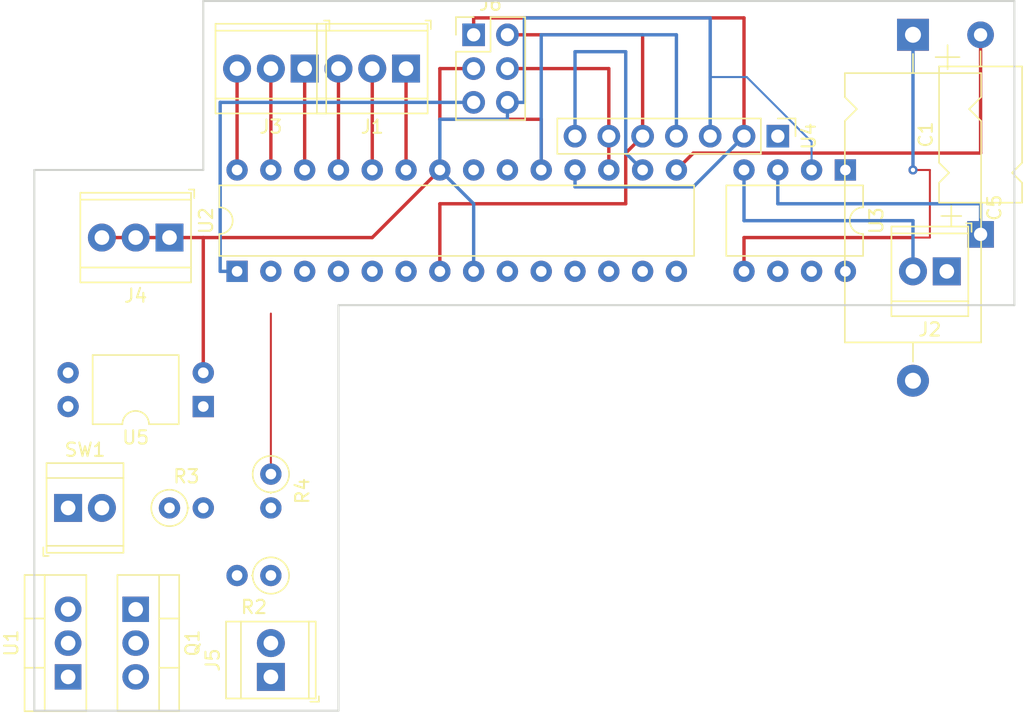
<source format=kicad_pcb>
(kicad_pcb (version 20171130) (host pcbnew "(5.0.2)-1")

  (general
    (thickness 1.6)
    (drawings 16)
    (tracks 71)
    (zones 0)
    (modules 18)
    (nets 40)
  )

  (page A4)
  (layers
    (0 F.Cu signal)
    (31 B.Cu signal)
    (36 B.SilkS user hide)
    (37 F.SilkS user hide)
    (38 B.Mask user hide)
    (39 F.Mask user hide)
    (41 Cmts.User user hide)
    (44 Edge.Cuts user)
    (45 Margin user hide)
    (46 B.CrtYd user hide)
    (47 F.CrtYd user hide)
    (48 B.Fab user hide)
    (49 F.Fab user hide)
  )

  (setup
    (last_trace_width 0.1524)
    (user_trace_width 0.254)
    (user_trace_width 0.635)
    (user_trace_width 1.27)
    (user_trace_width 2.54)
    (trace_clearance 0.1524)
    (zone_clearance 0.508)
    (zone_45_only no)
    (trace_min 0.1524)
    (segment_width 0.2)
    (edge_width 0.15)
    (via_size 0.6858)
    (via_drill 0.3302)
    (via_min_size 0.508)
    (via_min_drill 0.254)
    (uvia_size 0.6858)
    (uvia_drill 0.3302)
    (uvias_allowed no)
    (uvia_min_size 0.2)
    (uvia_min_drill 0.1)
    (pcb_text_width 0.3)
    (pcb_text_size 1.5 1.5)
    (mod_edge_width 0.15)
    (mod_text_size 1 1)
    (mod_text_width 0.15)
    (pad_size 1.524 1.524)
    (pad_drill 0.762)
    (pad_to_mask_clearance 0.0508)
    (solder_mask_min_width 0.25)
    (aux_axis_origin 0 0)
    (visible_elements 7FFFFFFF)
    (pcbplotparams
      (layerselection 0x010fc_ffffffff)
      (usegerberextensions false)
      (usegerberattributes false)
      (usegerberadvancedattributes false)
      (creategerberjobfile false)
      (excludeedgelayer true)
      (linewidth 0.100000)
      (plotframeref false)
      (viasonmask false)
      (mode 1)
      (useauxorigin false)
      (hpglpennumber 1)
      (hpglpenspeed 20)
      (hpglpendiameter 15.000000)
      (psnegative false)
      (psa4output false)
      (plotreference true)
      (plotvalue true)
      (plotinvisibletext false)
      (padsonsilk false)
      (subtractmaskfromsilk false)
      (outputformat 1)
      (mirror false)
      (drillshape 1)
      (scaleselection 1)
      (outputdirectory ""))
  )

  (net 0 "")
  (net 1 "Net-(C1-Pad1)")
  (net 2 "Net-(C1-Pad2)")
  (net 3 "Net-(C5-Pad2)")
  (net 4 /led_bl3)
  (net 5 +3V3)
  (net 6 +9V)
  (net 7 "Net-(U2-Pad3)")
  (net 8 "Net-(U2-Pad4)")
  (net 9 "Net-(U2-Pad20)")
  (net 10 "Net-(U2-Pad21)")
  (net 11 "Net-(U2-Pad10)")
  (net 12 "Net-(U2-Pad11)")
  (net 13 "Net-(U2-Pad12)")
  (net 14 "Net-(U2-Pad13)")
  (net 15 /sd_cs)
  (net 16 /sd_di)
  (net 17 /sd_do)
  (net 18 /sd_sck)
  (net 19 /led_bl0)
  (net 20 /led_bl1)
  (net 21 /led_bs0)
  (net 22 /led_bs1)
  (net 23 /led_bl2)
  (net 24 "Net-(U2-Pad14)")
  (net 25 "Net-(C5-Pad1)")
  (net 26 BGND)
  (net 27 DGND)
  (net 28 "Net-(Q1-Pad2)")
  (net 29 "Net-(R3-Pad1)")
  (net 30 PWR_OFF)
  (net 31 "Net-(R4-Pad2)")
  (net 32 "Net-(U2-Pad2)")
  (net 33 "Net-(U3-Pad1)")
  (net 34 "Net-(U3-Pad7)")
  (net 35 "Net-(U3-Pad8)")
  (net 36 "Net-(U2-Pad5)")
  (net 37 "Net-(U4-Pad1)")
  (net 38 "Net-(U2-Pad6)")
  (net 39 "Net-(J6-Pad5)")

  (net_class Default "This is the default net class."
    (clearance 0.1524)
    (trace_width 0.1524)
    (via_dia 0.6858)
    (via_drill 0.3302)
    (uvia_dia 0.6858)
    (uvia_drill 0.3302)
    (add_net +3V3)
    (add_net +9V)
    (add_net /led_bl0)
    (add_net /led_bl1)
    (add_net /led_bl2)
    (add_net /led_bl3)
    (add_net /led_bs0)
    (add_net /led_bs1)
    (add_net /sd_cs)
    (add_net /sd_di)
    (add_net /sd_do)
    (add_net /sd_sck)
    (add_net BGND)
    (add_net DGND)
    (add_net "Net-(C1-Pad1)")
    (add_net "Net-(C1-Pad2)")
    (add_net "Net-(C5-Pad1)")
    (add_net "Net-(C5-Pad2)")
    (add_net "Net-(J6-Pad5)")
    (add_net "Net-(Q1-Pad2)")
    (add_net "Net-(R3-Pad1)")
    (add_net "Net-(R4-Pad2)")
    (add_net "Net-(U2-Pad10)")
    (add_net "Net-(U2-Pad11)")
    (add_net "Net-(U2-Pad12)")
    (add_net "Net-(U2-Pad13)")
    (add_net "Net-(U2-Pad14)")
    (add_net "Net-(U2-Pad2)")
    (add_net "Net-(U2-Pad20)")
    (add_net "Net-(U2-Pad21)")
    (add_net "Net-(U2-Pad3)")
    (add_net "Net-(U2-Pad4)")
    (add_net "Net-(U2-Pad5)")
    (add_net "Net-(U2-Pad6)")
    (add_net "Net-(U3-Pad1)")
    (add_net "Net-(U3-Pad7)")
    (add_net "Net-(U3-Pad8)")
    (add_net "Net-(U4-Pad1)")
    (add_net PWR_OFF)
  )

  (module Package_DIP:DIP-28_W7.62mm (layer F.Cu) (tedit 5A02E8C5) (tstamp 5D72749F)
    (at 40.64 144.78 90)
    (descr "28-lead though-hole mounted DIP package, row spacing 7.62 mm (300 mils)")
    (tags "THT DIP DIL PDIP 2.54mm 7.62mm 300mil")
    (path /5BB68499)
    (fp_text reference U2 (at 3.81 -2.33 90) (layer F.SilkS)
      (effects (font (size 1 1) (thickness 0.15)))
    )
    (fp_text value ATmega328P-PU (at 3.81 35.35 90) (layer F.Fab)
      (effects (font (size 1 1) (thickness 0.15)))
    )
    (fp_arc (start 3.81 -1.33) (end 2.81 -1.33) (angle -180) (layer F.SilkS) (width 0.12))
    (fp_line (start 1.635 -1.27) (end 6.985 -1.27) (layer F.Fab) (width 0.1))
    (fp_line (start 6.985 -1.27) (end 6.985 34.29) (layer F.Fab) (width 0.1))
    (fp_line (start 6.985 34.29) (end 0.635 34.29) (layer F.Fab) (width 0.1))
    (fp_line (start 0.635 34.29) (end 0.635 -0.27) (layer F.Fab) (width 0.1))
    (fp_line (start 0.635 -0.27) (end 1.635 -1.27) (layer F.Fab) (width 0.1))
    (fp_line (start 2.81 -1.33) (end 1.16 -1.33) (layer F.SilkS) (width 0.12))
    (fp_line (start 1.16 -1.33) (end 1.16 34.35) (layer F.SilkS) (width 0.12))
    (fp_line (start 1.16 34.35) (end 6.46 34.35) (layer F.SilkS) (width 0.12))
    (fp_line (start 6.46 34.35) (end 6.46 -1.33) (layer F.SilkS) (width 0.12))
    (fp_line (start 6.46 -1.33) (end 4.81 -1.33) (layer F.SilkS) (width 0.12))
    (fp_line (start -1.1 -1.55) (end -1.1 34.55) (layer F.CrtYd) (width 0.05))
    (fp_line (start -1.1 34.55) (end 8.7 34.55) (layer F.CrtYd) (width 0.05))
    (fp_line (start 8.7 34.55) (end 8.7 -1.55) (layer F.CrtYd) (width 0.05))
    (fp_line (start 8.7 -1.55) (end -1.1 -1.55) (layer F.CrtYd) (width 0.05))
    (fp_text user %R (at 3.81 16.51 90) (layer F.Fab)
      (effects (font (size 1 1) (thickness 0.15)))
    )
    (pad 1 thru_hole rect (at 0 0 90) (size 1.6 1.6) (drill 0.8) (layers *.Cu *.Mask)
      (net 39 "Net-(J6-Pad5)"))
    (pad 15 thru_hole oval (at 7.62 33.02 90) (size 1.6 1.6) (drill 0.8) (layers *.Cu *.Mask)
      (net 2 "Net-(C1-Pad2)"))
    (pad 2 thru_hole oval (at 0 2.54 90) (size 1.6 1.6) (drill 0.8) (layers *.Cu *.Mask)
      (net 32 "Net-(U2-Pad2)"))
    (pad 16 thru_hole oval (at 7.62 30.48 90) (size 1.6 1.6) (drill 0.8) (layers *.Cu *.Mask)
      (net 15 /sd_cs))
    (pad 3 thru_hole oval (at 0 5.08 90) (size 1.6 1.6) (drill 0.8) (layers *.Cu *.Mask)
      (net 7 "Net-(U2-Pad3)"))
    (pad 17 thru_hole oval (at 7.62 27.94 90) (size 1.6 1.6) (drill 0.8) (layers *.Cu *.Mask)
      (net 16 /sd_di))
    (pad 4 thru_hole oval (at 0 7.62 90) (size 1.6 1.6) (drill 0.8) (layers *.Cu *.Mask)
      (net 8 "Net-(U2-Pad4)"))
    (pad 18 thru_hole oval (at 7.62 25.4 90) (size 1.6 1.6) (drill 0.8) (layers *.Cu *.Mask)
      (net 17 /sd_do))
    (pad 5 thru_hole oval (at 0 10.16 90) (size 1.6 1.6) (drill 0.8) (layers *.Cu *.Mask)
      (net 36 "Net-(U2-Pad5)"))
    (pad 19 thru_hole oval (at 7.62 22.86 90) (size 1.6 1.6) (drill 0.8) (layers *.Cu *.Mask)
      (net 18 /sd_sck))
    (pad 6 thru_hole oval (at 0 12.7 90) (size 1.6 1.6) (drill 0.8) (layers *.Cu *.Mask)
      (net 38 "Net-(U2-Pad6)"))
    (pad 20 thru_hole oval (at 7.62 20.32 90) (size 1.6 1.6) (drill 0.8) (layers *.Cu *.Mask)
      (net 9 "Net-(U2-Pad20)"))
    (pad 7 thru_hole oval (at 0 15.24 90) (size 1.6 1.6) (drill 0.8) (layers *.Cu *.Mask)
      (net 5 +3V3))
    (pad 21 thru_hole oval (at 7.62 17.78 90) (size 1.6 1.6) (drill 0.8) (layers *.Cu *.Mask)
      (net 10 "Net-(U2-Pad21)"))
    (pad 8 thru_hole oval (at 0 17.78 90) (size 1.6 1.6) (drill 0.8) (layers *.Cu *.Mask)
      (net 27 DGND))
    (pad 22 thru_hole oval (at 7.62 15.24 90) (size 1.6 1.6) (drill 0.8) (layers *.Cu *.Mask)
      (net 27 DGND))
    (pad 9 thru_hole oval (at 0 20.32 90) (size 1.6 1.6) (drill 0.8) (layers *.Cu *.Mask)
      (net 30 PWR_OFF))
    (pad 23 thru_hole oval (at 7.62 12.7 90) (size 1.6 1.6) (drill 0.8) (layers *.Cu *.Mask)
      (net 19 /led_bl0))
    (pad 10 thru_hole oval (at 0 22.86 90) (size 1.6 1.6) (drill 0.8) (layers *.Cu *.Mask)
      (net 11 "Net-(U2-Pad10)"))
    (pad 24 thru_hole oval (at 7.62 10.16 90) (size 1.6 1.6) (drill 0.8) (layers *.Cu *.Mask)
      (net 20 /led_bl1))
    (pad 11 thru_hole oval (at 0 25.4 90) (size 1.6 1.6) (drill 0.8) (layers *.Cu *.Mask)
      (net 12 "Net-(U2-Pad11)"))
    (pad 25 thru_hole oval (at 7.62 7.62 90) (size 1.6 1.6) (drill 0.8) (layers *.Cu *.Mask)
      (net 21 /led_bs0))
    (pad 12 thru_hole oval (at 0 27.94 90) (size 1.6 1.6) (drill 0.8) (layers *.Cu *.Mask)
      (net 13 "Net-(U2-Pad12)"))
    (pad 26 thru_hole oval (at 7.62 5.08 90) (size 1.6 1.6) (drill 0.8) (layers *.Cu *.Mask)
      (net 23 /led_bl2))
    (pad 13 thru_hole oval (at 0 30.48 90) (size 1.6 1.6) (drill 0.8) (layers *.Cu *.Mask)
      (net 14 "Net-(U2-Pad13)"))
    (pad 27 thru_hole oval (at 7.62 2.54 90) (size 1.6 1.6) (drill 0.8) (layers *.Cu *.Mask)
      (net 4 /led_bl3))
    (pad 14 thru_hole oval (at 0 33.02 90) (size 1.6 1.6) (drill 0.8) (layers *.Cu *.Mask)
      (net 24 "Net-(U2-Pad14)"))
    (pad 28 thru_hole oval (at 7.62 0 90) (size 1.6 1.6) (drill 0.8) (layers *.Cu *.Mask)
      (net 22 /led_bs1))
    (model ${KISYS3DMOD}/Package_DIP.3dshapes/DIP-28_W7.62mm.wrl
      (at (xyz 0 0 0))
      (scale (xyz 1 1 1))
      (rotate (xyz 0 0 0))
    )
  )

  (module Connector_PinHeader_2.54mm:PinHeader_1x07_P2.54mm_Vertical (layer F.Cu) (tedit 59FED5CC) (tstamp 5D727B0F)
    (at 81.28 134.62 270)
    (descr "Through hole straight pin header, 1x07, 2.54mm pitch, single row")
    (tags "Through hole pin header THT 1x07 2.54mm single row")
    (path /5BB68AD9)
    (fp_text reference U4 (at 0 -2.33 270) (layer F.SilkS)
      (effects (font (size 1 1) (thickness 0.15)))
    )
    (fp_text value BOB-00544 (at 0 17.57 270) (layer F.Fab)
      (effects (font (size 1 1) (thickness 0.15)))
    )
    (fp_line (start -0.635 -1.27) (end 1.27 -1.27) (layer F.Fab) (width 0.1))
    (fp_line (start 1.27 -1.27) (end 1.27 16.51) (layer F.Fab) (width 0.1))
    (fp_line (start 1.27 16.51) (end -1.27 16.51) (layer F.Fab) (width 0.1))
    (fp_line (start -1.27 16.51) (end -1.27 -0.635) (layer F.Fab) (width 0.1))
    (fp_line (start -1.27 -0.635) (end -0.635 -1.27) (layer F.Fab) (width 0.1))
    (fp_line (start -1.33 16.57) (end 1.33 16.57) (layer F.SilkS) (width 0.12))
    (fp_line (start -1.33 1.27) (end -1.33 16.57) (layer F.SilkS) (width 0.12))
    (fp_line (start 1.33 1.27) (end 1.33 16.57) (layer F.SilkS) (width 0.12))
    (fp_line (start -1.33 1.27) (end 1.33 1.27) (layer F.SilkS) (width 0.12))
    (fp_line (start -1.33 0) (end -1.33 -1.33) (layer F.SilkS) (width 0.12))
    (fp_line (start -1.33 -1.33) (end 0 -1.33) (layer F.SilkS) (width 0.12))
    (fp_line (start -1.8 -1.8) (end -1.8 17.05) (layer F.CrtYd) (width 0.05))
    (fp_line (start -1.8 17.05) (end 1.8 17.05) (layer F.CrtYd) (width 0.05))
    (fp_line (start 1.8 17.05) (end 1.8 -1.8) (layer F.CrtYd) (width 0.05))
    (fp_line (start 1.8 -1.8) (end -1.8 -1.8) (layer F.CrtYd) (width 0.05))
    (fp_text user %R (at 0 7.62) (layer F.Fab)
      (effects (font (size 1 1) (thickness 0.15)))
    )
    (pad 1 thru_hole rect (at 0 0 270) (size 1.7 1.7) (drill 1) (layers *.Cu *.Mask)
      (net 37 "Net-(U4-Pad1)"))
    (pad 2 thru_hole oval (at 0 2.54 270) (size 1.7 1.7) (drill 1) (layers *.Cu *.Mask)
      (net 17 /sd_do))
    (pad 3 thru_hole oval (at 0 5.08 270) (size 1.7 1.7) (drill 1) (layers *.Cu *.Mask)
      (net 27 DGND))
    (pad 4 thru_hole oval (at 0 7.62 270) (size 1.7 1.7) (drill 1) (layers *.Cu *.Mask)
      (net 18 /sd_sck))
    (pad 5 thru_hole oval (at 0 10.16 270) (size 1.7 1.7) (drill 1) (layers *.Cu *.Mask)
      (net 5 +3V3))
    (pad 6 thru_hole oval (at 0 12.7 270) (size 1.7 1.7) (drill 1) (layers *.Cu *.Mask)
      (net 16 /sd_di))
    (pad 7 thru_hole oval (at 0 15.24 270) (size 1.7 1.7) (drill 1) (layers *.Cu *.Mask)
      (net 15 /sd_cs))
    (model ${KISYS3DMOD}/Connector_PinHeader_2.54mm.3dshapes/PinHeader_1x07_P2.54mm_Vertical.wrl
      (at (xyz 0 0 0))
      (scale (xyz 1 1 1))
      (rotate (xyz 0 0 0))
    )
  )

  (module Capacitor_THT:CP_Axial_L10.0mm_D6.0mm_P15.00mm_Horizontal (layer F.Cu) (tedit 5AE50EF2) (tstamp 5D7298C2)
    (at 96.52 142 90)
    (descr "CP, Axial series, Axial, Horizontal, pin pitch=15mm, , length*diameter=10*6mm^2, Electrolytic Capacitor, , http://www.vishay.com/docs/28325/021asm.pdf")
    (tags "CP Axial series Axial Horizontal pin pitch 15mm  length 10mm diameter 6mm Electrolytic Capacitor")
    (path /5BBE6099)
    (fp_text reference C1 (at 7.5 -4.12 90) (layer F.SilkS)
      (effects (font (size 1 1) (thickness 0.15)))
    )
    (fp_text value 10uF (at 7.5 4.12 90) (layer F.Fab)
      (effects (font (size 1 1) (thickness 0.15)))
    )
    (fp_line (start 2.5 -3) (end 2.5 3) (layer F.Fab) (width 0.1))
    (fp_line (start 12.5 -3) (end 12.5 3) (layer F.Fab) (width 0.1))
    (fp_line (start 2.5 -3) (end 3.88 -3) (layer F.Fab) (width 0.1))
    (fp_line (start 3.88 -3) (end 4.63 -2.25) (layer F.Fab) (width 0.1))
    (fp_line (start 4.63 -2.25) (end 5.38 -3) (layer F.Fab) (width 0.1))
    (fp_line (start 5.38 -3) (end 12.5 -3) (layer F.Fab) (width 0.1))
    (fp_line (start 2.5 3) (end 3.88 3) (layer F.Fab) (width 0.1))
    (fp_line (start 3.88 3) (end 4.63 2.25) (layer F.Fab) (width 0.1))
    (fp_line (start 4.63 2.25) (end 5.38 3) (layer F.Fab) (width 0.1))
    (fp_line (start 5.38 3) (end 12.5 3) (layer F.Fab) (width 0.1))
    (fp_line (start 0 0) (end 2.5 0) (layer F.Fab) (width 0.1))
    (fp_line (start 15 0) (end 12.5 0) (layer F.Fab) (width 0.1))
    (fp_line (start 3.9 0) (end 5.4 0) (layer F.Fab) (width 0.1))
    (fp_line (start 4.65 -0.75) (end 4.65 0.75) (layer F.Fab) (width 0.1))
    (fp_line (start 0.63 -2.2) (end 2.13 -2.2) (layer F.SilkS) (width 0.12))
    (fp_line (start 1.38 -2.95) (end 1.38 -1.45) (layer F.SilkS) (width 0.12))
    (fp_line (start 2.38 -3.12) (end 2.38 3.12) (layer F.SilkS) (width 0.12))
    (fp_line (start 12.62 -3.12) (end 12.62 3.12) (layer F.SilkS) (width 0.12))
    (fp_line (start 2.38 -3.12) (end 3.88 -3.12) (layer F.SilkS) (width 0.12))
    (fp_line (start 3.88 -3.12) (end 4.63 -2.37) (layer F.SilkS) (width 0.12))
    (fp_line (start 4.63 -2.37) (end 5.38 -3.12) (layer F.SilkS) (width 0.12))
    (fp_line (start 5.38 -3.12) (end 12.62 -3.12) (layer F.SilkS) (width 0.12))
    (fp_line (start 2.38 3.12) (end 3.88 3.12) (layer F.SilkS) (width 0.12))
    (fp_line (start 3.88 3.12) (end 4.63 2.37) (layer F.SilkS) (width 0.12))
    (fp_line (start 4.63 2.37) (end 5.38 3.12) (layer F.SilkS) (width 0.12))
    (fp_line (start 5.38 3.12) (end 12.62 3.12) (layer F.SilkS) (width 0.12))
    (fp_line (start 1.24 0) (end 2.38 0) (layer F.SilkS) (width 0.12))
    (fp_line (start 13.76 0) (end 12.62 0) (layer F.SilkS) (width 0.12))
    (fp_line (start -1.25 -3.25) (end -1.25 3.25) (layer F.CrtYd) (width 0.05))
    (fp_line (start -1.25 3.25) (end 16.25 3.25) (layer F.CrtYd) (width 0.05))
    (fp_line (start 16.25 3.25) (end 16.25 -3.25) (layer F.CrtYd) (width 0.05))
    (fp_line (start 16.25 -3.25) (end -1.25 -3.25) (layer F.CrtYd) (width 0.05))
    (fp_text user %R (at 7.5 0 90) (layer F.Fab)
      (effects (font (size 1 1) (thickness 0.15)))
    )
    (pad 1 thru_hole rect (at 0 0 90) (size 2 2) (drill 1) (layers *.Cu *.Mask)
      (net 1 "Net-(C1-Pad1)"))
    (pad 2 thru_hole oval (at 15 0 90) (size 2 2) (drill 1) (layers *.Cu *.Mask)
      (net 2 "Net-(C1-Pad2)"))
    (model ${KISYS3DMOD}/Capacitor_THT.3dshapes/CP_Axial_L10.0mm_D6.0mm_P15.00mm_Horizontal.wrl
      (at (xyz 0 0 0))
      (scale (xyz 1 1 1))
      (rotate (xyz 0 0 0))
    )
  )

  (module Capacitor_THT:CP_Axial_L20.0mm_D10.0mm_P26.00mm_Horizontal (layer F.Cu) (tedit 5AE50EF2) (tstamp 5D729B16)
    (at 91.44 127 270)
    (descr "CP, Axial series, Axial, Horizontal, pin pitch=26mm, , length*diameter=20*10mm^2, Electrolytic Capacitor, , http://www.kemet.com/Lists/ProductCatalog/Attachments/424/KEM_AC102.pdf")
    (tags "CP Axial series Axial Horizontal pin pitch 26mm  length 20mm diameter 10mm Electrolytic Capacitor")
    (path /5BB76434)
    (fp_text reference C5 (at 13 -6.12 270) (layer F.SilkS)
      (effects (font (size 1 1) (thickness 0.15)))
    )
    (fp_text value 250uF (at 13 6.12 270) (layer F.Fab)
      (effects (font (size 1 1) (thickness 0.15)))
    )
    (fp_line (start 3 -5) (end 3 5) (layer F.Fab) (width 0.1))
    (fp_line (start 23 -5) (end 23 5) (layer F.Fab) (width 0.1))
    (fp_line (start 3 -5) (end 4.68 -5) (layer F.Fab) (width 0.1))
    (fp_line (start 4.68 -5) (end 5.58 -4.1) (layer F.Fab) (width 0.1))
    (fp_line (start 5.58 -4.1) (end 6.48 -5) (layer F.Fab) (width 0.1))
    (fp_line (start 6.48 -5) (end 23 -5) (layer F.Fab) (width 0.1))
    (fp_line (start 3 5) (end 4.68 5) (layer F.Fab) (width 0.1))
    (fp_line (start 4.68 5) (end 5.58 4.1) (layer F.Fab) (width 0.1))
    (fp_line (start 5.58 4.1) (end 6.48 5) (layer F.Fab) (width 0.1))
    (fp_line (start 6.48 5) (end 23 5) (layer F.Fab) (width 0.1))
    (fp_line (start 0 0) (end 3 0) (layer F.Fab) (width 0.1))
    (fp_line (start 26 0) (end 23 0) (layer F.Fab) (width 0.1))
    (fp_line (start 4.7 0) (end 6.5 0) (layer F.Fab) (width 0.1))
    (fp_line (start 5.6 -0.9) (end 5.6 0.9) (layer F.Fab) (width 0.1))
    (fp_line (start 0.78 -2.6) (end 2.58 -2.6) (layer F.SilkS) (width 0.12))
    (fp_line (start 1.68 -3.5) (end 1.68 -1.7) (layer F.SilkS) (width 0.12))
    (fp_line (start 2.88 -5.12) (end 2.88 5.12) (layer F.SilkS) (width 0.12))
    (fp_line (start 23.12 -5.12) (end 23.12 5.12) (layer F.SilkS) (width 0.12))
    (fp_line (start 2.88 -5.12) (end 4.68 -5.12) (layer F.SilkS) (width 0.12))
    (fp_line (start 4.68 -5.12) (end 5.58 -4.22) (layer F.SilkS) (width 0.12))
    (fp_line (start 5.58 -4.22) (end 6.48 -5.12) (layer F.SilkS) (width 0.12))
    (fp_line (start 6.48 -5.12) (end 23.12 -5.12) (layer F.SilkS) (width 0.12))
    (fp_line (start 2.88 5.12) (end 4.68 5.12) (layer F.SilkS) (width 0.12))
    (fp_line (start 4.68 5.12) (end 5.58 4.22) (layer F.SilkS) (width 0.12))
    (fp_line (start 5.58 4.22) (end 6.48 5.12) (layer F.SilkS) (width 0.12))
    (fp_line (start 6.48 5.12) (end 23.12 5.12) (layer F.SilkS) (width 0.12))
    (fp_line (start 1.44 0) (end 2.88 0) (layer F.SilkS) (width 0.12))
    (fp_line (start 24.56 0) (end 23.12 0) (layer F.SilkS) (width 0.12))
    (fp_line (start -1.45 -5.25) (end -1.45 5.25) (layer F.CrtYd) (width 0.05))
    (fp_line (start -1.45 5.25) (end 27.45 5.25) (layer F.CrtYd) (width 0.05))
    (fp_line (start 27.45 5.25) (end 27.45 -5.25) (layer F.CrtYd) (width 0.05))
    (fp_line (start 27.45 -5.25) (end -1.45 -5.25) (layer F.CrtYd) (width 0.05))
    (fp_text user %R (at 13 0 270) (layer F.Fab)
      (effects (font (size 1 1) (thickness 0.15)))
    )
    (pad 1 thru_hole rect (at 0 0 270) (size 2.4 2.4) (drill 1.2) (layers *.Cu *.Mask)
      (net 25 "Net-(C5-Pad1)"))
    (pad 2 thru_hole oval (at 26 0 270) (size 2.4 2.4) (drill 1.2) (layers *.Cu *.Mask)
      (net 3 "Net-(C5-Pad2)"))
    (model ${KISYS3DMOD}/Capacitor_THT.3dshapes/CP_Axial_L20.0mm_D10.0mm_P26.00mm_Horizontal.wrl
      (at (xyz 0 0 0))
      (scale (xyz 1 1 1))
      (rotate (xyz 0 0 0))
    )
  )

  (module TerminalBlock_TE-Connectivity:TerminalBlock_TE_282834-3_1x03_P2.54mm_Horizontal (layer F.Cu) (tedit 5B1EC513) (tstamp 5D72821D)
    (at 53.34 129.54 180)
    (descr "Terminal Block TE 282834-3, 3 pins, pitch 2.54mm, size 8.08x6.5mm^2, drill diamater 1.1mm, pad diameter 2.1mm, see http://www.te.com/commerce/DocumentDelivery/DDEController?Action=showdoc&DocId=Customer+Drawing%7F282834%7FC1%7Fpdf%7FEnglish%7FENG_CD_282834_C1.pdf, script-generated using https://github.com/pointhi/kicad-footprint-generator/scripts/TerminalBlock_TE-Connectivity")
    (tags "THT Terminal Block TE 282834-3 pitch 2.54mm size 8.08x6.5mm^2 drill 1.1mm pad 2.1mm")
    (path /5BC32DBF)
    (fp_text reference J1 (at 2.54 -4.37 180) (layer F.SilkS)
      (effects (font (size 1 1) (thickness 0.15)))
    )
    (fp_text value led_a (at 2.54 4.37 180) (layer F.Fab)
      (effects (font (size 1 1) (thickness 0.15)))
    )
    (fp_circle (center 0 0) (end 1.1 0) (layer F.Fab) (width 0.1))
    (fp_circle (center 2.54 0) (end 3.64 0) (layer F.Fab) (width 0.1))
    (fp_circle (center 5.08 0) (end 6.18 0) (layer F.Fab) (width 0.1))
    (fp_line (start -1.5 -3.25) (end 6.58 -3.25) (layer F.Fab) (width 0.1))
    (fp_line (start 6.58 -3.25) (end 6.58 3.25) (layer F.Fab) (width 0.1))
    (fp_line (start 6.58 3.25) (end -1.1 3.25) (layer F.Fab) (width 0.1))
    (fp_line (start -1.1 3.25) (end -1.5 2.85) (layer F.Fab) (width 0.1))
    (fp_line (start -1.5 2.85) (end -1.5 -3.25) (layer F.Fab) (width 0.1))
    (fp_line (start -1.5 2.85) (end 6.58 2.85) (layer F.Fab) (width 0.1))
    (fp_line (start -1.62 2.85) (end 6.7 2.85) (layer F.SilkS) (width 0.12))
    (fp_line (start -1.5 -2.25) (end 6.58 -2.25) (layer F.Fab) (width 0.1))
    (fp_line (start -1.62 -2.25) (end 6.7 -2.25) (layer F.SilkS) (width 0.12))
    (fp_line (start -1.62 -3.37) (end 6.7 -3.37) (layer F.SilkS) (width 0.12))
    (fp_line (start -1.62 3.37) (end 6.7 3.37) (layer F.SilkS) (width 0.12))
    (fp_line (start -1.62 -3.37) (end -1.62 3.37) (layer F.SilkS) (width 0.12))
    (fp_line (start 6.7 -3.37) (end 6.7 3.37) (layer F.SilkS) (width 0.12))
    (fp_line (start 0.835 -0.7) (end -0.701 0.835) (layer F.Fab) (width 0.1))
    (fp_line (start 0.701 -0.835) (end -0.835 0.7) (layer F.Fab) (width 0.1))
    (fp_line (start 3.375 -0.7) (end 1.84 0.835) (layer F.Fab) (width 0.1))
    (fp_line (start 3.241 -0.835) (end 1.706 0.7) (layer F.Fab) (width 0.1))
    (fp_line (start 5.915 -0.7) (end 4.38 0.835) (layer F.Fab) (width 0.1))
    (fp_line (start 5.781 -0.835) (end 4.246 0.7) (layer F.Fab) (width 0.1))
    (fp_line (start -1.86 2.97) (end -1.86 3.61) (layer F.SilkS) (width 0.12))
    (fp_line (start -1.86 3.61) (end -1.46 3.61) (layer F.SilkS) (width 0.12))
    (fp_line (start -2 -3.75) (end -2 3.75) (layer F.CrtYd) (width 0.05))
    (fp_line (start -2 3.75) (end 7.08 3.75) (layer F.CrtYd) (width 0.05))
    (fp_line (start 7.08 3.75) (end 7.08 -3.75) (layer F.CrtYd) (width 0.05))
    (fp_line (start 7.08 -3.75) (end -2 -3.75) (layer F.CrtYd) (width 0.05))
    (fp_text user %R (at 2.54 2 180) (layer F.Fab)
      (effects (font (size 1 1) (thickness 0.15)))
    )
    (pad 1 thru_hole rect (at 0 0 180) (size 2.1 2.1) (drill 1.1) (layers *.Cu *.Mask)
      (net 19 /led_bl0))
    (pad 2 thru_hole circle (at 2.54 0 180) (size 2.1 2.1) (drill 1.1) (layers *.Cu *.Mask)
      (net 20 /led_bl1))
    (pad 3 thru_hole circle (at 5.08 0 180) (size 2.1 2.1) (drill 1.1) (layers *.Cu *.Mask)
      (net 21 /led_bs0))
    (model ${KISYS3DMOD}/TerminalBlock_TE-Connectivity.3dshapes/TerminalBlock_TE_282834-3_1x03_P2.54mm_Horizontal.wrl
      (at (xyz 0 0 0))
      (scale (xyz 1 1 1))
      (rotate (xyz 0 0 0))
    )
  )

  (module TerminalBlock_TE-Connectivity:TerminalBlock_TE_282834-2_1x02_P2.54mm_Horizontal (layer F.Cu) (tedit 5B1EC513) (tstamp 5D77BFE8)
    (at 93.98 144.78 180)
    (descr "Terminal Block TE 282834-2, 2 pins, pitch 2.54mm, size 5.54x6.5mm^2, drill diamater 1.1mm, pad diameter 2.1mm, see http://www.te.com/commerce/DocumentDelivery/DDEController?Action=showdoc&DocId=Customer+Drawing%7F282834%7FC1%7Fpdf%7FEnglish%7FENG_CD_282834_C1.pdf, script-generated using https://github.com/pointhi/kicad-footprint-generator/scripts/TerminalBlock_TE-Connectivity")
    (tags "THT Terminal Block TE 282834-2 pitch 2.54mm size 5.54x6.5mm^2 drill 1.1mm pad 2.1mm")
    (path /5BBBC1CA)
    (fp_text reference J2 (at 1.27 -4.37 180) (layer F.SilkS)
      (effects (font (size 1 1) (thickness 0.15)))
    )
    (fp_text value speaker_out (at 1.27 4.37 180) (layer F.Fab)
      (effects (font (size 1 1) (thickness 0.15)))
    )
    (fp_text user %R (at 1.27 2 180) (layer F.Fab)
      (effects (font (size 1 1) (thickness 0.15)))
    )
    (fp_line (start 4.54 -3.75) (end -2 -3.75) (layer F.CrtYd) (width 0.05))
    (fp_line (start 4.54 3.75) (end 4.54 -3.75) (layer F.CrtYd) (width 0.05))
    (fp_line (start -2 3.75) (end 4.54 3.75) (layer F.CrtYd) (width 0.05))
    (fp_line (start -2 -3.75) (end -2 3.75) (layer F.CrtYd) (width 0.05))
    (fp_line (start -1.86 3.61) (end -1.46 3.61) (layer F.SilkS) (width 0.12))
    (fp_line (start -1.86 2.97) (end -1.86 3.61) (layer F.SilkS) (width 0.12))
    (fp_line (start 3.241 -0.835) (end 1.706 0.7) (layer F.Fab) (width 0.1))
    (fp_line (start 3.375 -0.7) (end 1.84 0.835) (layer F.Fab) (width 0.1))
    (fp_line (start 0.701 -0.835) (end -0.835 0.7) (layer F.Fab) (width 0.1))
    (fp_line (start 0.835 -0.7) (end -0.701 0.835) (layer F.Fab) (width 0.1))
    (fp_line (start 4.16 -3.37) (end 4.16 3.37) (layer F.SilkS) (width 0.12))
    (fp_line (start -1.62 -3.37) (end -1.62 3.37) (layer F.SilkS) (width 0.12))
    (fp_line (start -1.62 3.37) (end 4.16 3.37) (layer F.SilkS) (width 0.12))
    (fp_line (start -1.62 -3.37) (end 4.16 -3.37) (layer F.SilkS) (width 0.12))
    (fp_line (start -1.62 -2.25) (end 4.16 -2.25) (layer F.SilkS) (width 0.12))
    (fp_line (start -1.5 -2.25) (end 4.04 -2.25) (layer F.Fab) (width 0.1))
    (fp_line (start -1.62 2.85) (end 4.16 2.85) (layer F.SilkS) (width 0.12))
    (fp_line (start -1.5 2.85) (end 4.04 2.85) (layer F.Fab) (width 0.1))
    (fp_line (start -1.5 2.85) (end -1.5 -3.25) (layer F.Fab) (width 0.1))
    (fp_line (start -1.1 3.25) (end -1.5 2.85) (layer F.Fab) (width 0.1))
    (fp_line (start 4.04 3.25) (end -1.1 3.25) (layer F.Fab) (width 0.1))
    (fp_line (start 4.04 -3.25) (end 4.04 3.25) (layer F.Fab) (width 0.1))
    (fp_line (start -1.5 -3.25) (end 4.04 -3.25) (layer F.Fab) (width 0.1))
    (fp_circle (center 2.54 0) (end 3.64 0) (layer F.Fab) (width 0.1))
    (fp_circle (center 0 0) (end 1.1 0) (layer F.Fab) (width 0.1))
    (pad 2 thru_hole circle (at 2.54 0 180) (size 2.1 2.1) (drill 1.1) (layers *.Cu *.Mask)
      (net 26 BGND))
    (pad 1 thru_hole rect (at 0 0 180) (size 2.1 2.1) (drill 1.1) (layers *.Cu *.Mask)
      (net 3 "Net-(C5-Pad2)"))
    (model ${KISYS3DMOD}/TerminalBlock_TE-Connectivity.3dshapes/TerminalBlock_TE_282834-2_1x02_P2.54mm_Horizontal.wrl
      (at (xyz 0 0 0))
      (scale (xyz 1 1 1))
      (rotate (xyz 0 0 0))
    )
  )

  (module TerminalBlock_TE-Connectivity:TerminalBlock_TE_282834-3_1x03_P2.54mm_Horizontal (layer F.Cu) (tedit 5B1EC513) (tstamp 5D728261)
    (at 45.72 129.54 180)
    (descr "Terminal Block TE 282834-3, 3 pins, pitch 2.54mm, size 8.08x6.5mm^2, drill diamater 1.1mm, pad diameter 2.1mm, see http://www.te.com/commerce/DocumentDelivery/DDEController?Action=showdoc&DocId=Customer+Drawing%7F282834%7FC1%7Fpdf%7FEnglish%7FENG_CD_282834_C1.pdf, script-generated using https://github.com/pointhi/kicad-footprint-generator/scripts/TerminalBlock_TE-Connectivity")
    (tags "THT Terminal Block TE 282834-3 pitch 2.54mm size 8.08x6.5mm^2 drill 1.1mm pad 2.1mm")
    (path /5BC32E07)
    (fp_text reference J3 (at 2.54 -4.37 180) (layer F.SilkS)
      (effects (font (size 1 1) (thickness 0.15)))
    )
    (fp_text value led_b (at 2.54 4.37 180) (layer F.Fab)
      (effects (font (size 1 1) (thickness 0.15)))
    )
    (fp_text user %R (at 2.54 2 180) (layer F.Fab)
      (effects (font (size 1 1) (thickness 0.15)))
    )
    (fp_line (start 7.08 -3.75) (end -2 -3.75) (layer F.CrtYd) (width 0.05))
    (fp_line (start 7.08 3.75) (end 7.08 -3.75) (layer F.CrtYd) (width 0.05))
    (fp_line (start -2 3.75) (end 7.08 3.75) (layer F.CrtYd) (width 0.05))
    (fp_line (start -2 -3.75) (end -2 3.75) (layer F.CrtYd) (width 0.05))
    (fp_line (start -1.86 3.61) (end -1.46 3.61) (layer F.SilkS) (width 0.12))
    (fp_line (start -1.86 2.97) (end -1.86 3.61) (layer F.SilkS) (width 0.12))
    (fp_line (start 5.781 -0.835) (end 4.246 0.7) (layer F.Fab) (width 0.1))
    (fp_line (start 5.915 -0.7) (end 4.38 0.835) (layer F.Fab) (width 0.1))
    (fp_line (start 3.241 -0.835) (end 1.706 0.7) (layer F.Fab) (width 0.1))
    (fp_line (start 3.375 -0.7) (end 1.84 0.835) (layer F.Fab) (width 0.1))
    (fp_line (start 0.701 -0.835) (end -0.835 0.7) (layer F.Fab) (width 0.1))
    (fp_line (start 0.835 -0.7) (end -0.701 0.835) (layer F.Fab) (width 0.1))
    (fp_line (start 6.7 -3.37) (end 6.7 3.37) (layer F.SilkS) (width 0.12))
    (fp_line (start -1.62 -3.37) (end -1.62 3.37) (layer F.SilkS) (width 0.12))
    (fp_line (start -1.62 3.37) (end 6.7 3.37) (layer F.SilkS) (width 0.12))
    (fp_line (start -1.62 -3.37) (end 6.7 -3.37) (layer F.SilkS) (width 0.12))
    (fp_line (start -1.62 -2.25) (end 6.7 -2.25) (layer F.SilkS) (width 0.12))
    (fp_line (start -1.5 -2.25) (end 6.58 -2.25) (layer F.Fab) (width 0.1))
    (fp_line (start -1.62 2.85) (end 6.7 2.85) (layer F.SilkS) (width 0.12))
    (fp_line (start -1.5 2.85) (end 6.58 2.85) (layer F.Fab) (width 0.1))
    (fp_line (start -1.5 2.85) (end -1.5 -3.25) (layer F.Fab) (width 0.1))
    (fp_line (start -1.1 3.25) (end -1.5 2.85) (layer F.Fab) (width 0.1))
    (fp_line (start 6.58 3.25) (end -1.1 3.25) (layer F.Fab) (width 0.1))
    (fp_line (start 6.58 -3.25) (end 6.58 3.25) (layer F.Fab) (width 0.1))
    (fp_line (start -1.5 -3.25) (end 6.58 -3.25) (layer F.Fab) (width 0.1))
    (fp_circle (center 5.08 0) (end 6.18 0) (layer F.Fab) (width 0.1))
    (fp_circle (center 2.54 0) (end 3.64 0) (layer F.Fab) (width 0.1))
    (fp_circle (center 0 0) (end 1.1 0) (layer F.Fab) (width 0.1))
    (pad 3 thru_hole circle (at 5.08 0 180) (size 2.1 2.1) (drill 1.1) (layers *.Cu *.Mask)
      (net 22 /led_bs1))
    (pad 2 thru_hole circle (at 2.54 0 180) (size 2.1 2.1) (drill 1.1) (layers *.Cu *.Mask)
      (net 4 /led_bl3))
    (pad 1 thru_hole rect (at 0 0 180) (size 2.1 2.1) (drill 1.1) (layers *.Cu *.Mask)
      (net 23 /led_bl2))
    (model ${KISYS3DMOD}/TerminalBlock_TE-Connectivity.3dshapes/TerminalBlock_TE_282834-3_1x03_P2.54mm_Horizontal.wrl
      (at (xyz 0 0 0))
      (scale (xyz 1 1 1))
      (rotate (xyz 0 0 0))
    )
  )

  (module TerminalBlock_TE-Connectivity:TerminalBlock_TE_282834-3_1x03_P2.54mm_Horizontal (layer F.Cu) (tedit 5B1EC513) (tstamp 5D728285)
    (at 35.56 142.24 180)
    (descr "Terminal Block TE 282834-3, 3 pins, pitch 2.54mm, size 8.08x6.5mm^2, drill diamater 1.1mm, pad diameter 2.1mm, see http://www.te.com/commerce/DocumentDelivery/DDEController?Action=showdoc&DocId=Customer+Drawing%7F282834%7FC1%7Fpdf%7FEnglish%7FENG_CD_282834_C1.pdf, script-generated using https://github.com/pointhi/kicad-footprint-generator/scripts/TerminalBlock_TE-Connectivity")
    (tags "THT Terminal Block TE 282834-3 pitch 2.54mm size 8.08x6.5mm^2 drill 1.1mm pad 2.1mm")
    (path /5BC32E3D)
    (fp_text reference J4 (at 2.54 -4.37 180) (layer F.SilkS)
      (effects (font (size 1 1) (thickness 0.15)))
    )
    (fp_text value led_c (at 2.54 4.37 180) (layer F.Fab)
      (effects (font (size 1 1) (thickness 0.15)))
    )
    (fp_text user %R (at 2.54 2 180) (layer F.Fab)
      (effects (font (size 1 1) (thickness 0.15)))
    )
    (fp_line (start 7.08 -3.75) (end -2 -3.75) (layer F.CrtYd) (width 0.05))
    (fp_line (start 7.08 3.75) (end 7.08 -3.75) (layer F.CrtYd) (width 0.05))
    (fp_line (start -2 3.75) (end 7.08 3.75) (layer F.CrtYd) (width 0.05))
    (fp_line (start -2 -3.75) (end -2 3.75) (layer F.CrtYd) (width 0.05))
    (fp_line (start -1.86 3.61) (end -1.46 3.61) (layer F.SilkS) (width 0.12))
    (fp_line (start -1.86 2.97) (end -1.86 3.61) (layer F.SilkS) (width 0.12))
    (fp_line (start 5.781 -0.835) (end 4.246 0.7) (layer F.Fab) (width 0.1))
    (fp_line (start 5.915 -0.7) (end 4.38 0.835) (layer F.Fab) (width 0.1))
    (fp_line (start 3.241 -0.835) (end 1.706 0.7) (layer F.Fab) (width 0.1))
    (fp_line (start 3.375 -0.7) (end 1.84 0.835) (layer F.Fab) (width 0.1))
    (fp_line (start 0.701 -0.835) (end -0.835 0.7) (layer F.Fab) (width 0.1))
    (fp_line (start 0.835 -0.7) (end -0.701 0.835) (layer F.Fab) (width 0.1))
    (fp_line (start 6.7 -3.37) (end 6.7 3.37) (layer F.SilkS) (width 0.12))
    (fp_line (start -1.62 -3.37) (end -1.62 3.37) (layer F.SilkS) (width 0.12))
    (fp_line (start -1.62 3.37) (end 6.7 3.37) (layer F.SilkS) (width 0.12))
    (fp_line (start -1.62 -3.37) (end 6.7 -3.37) (layer F.SilkS) (width 0.12))
    (fp_line (start -1.62 -2.25) (end 6.7 -2.25) (layer F.SilkS) (width 0.12))
    (fp_line (start -1.5 -2.25) (end 6.58 -2.25) (layer F.Fab) (width 0.1))
    (fp_line (start -1.62 2.85) (end 6.7 2.85) (layer F.SilkS) (width 0.12))
    (fp_line (start -1.5 2.85) (end 6.58 2.85) (layer F.Fab) (width 0.1))
    (fp_line (start -1.5 2.85) (end -1.5 -3.25) (layer F.Fab) (width 0.1))
    (fp_line (start -1.1 3.25) (end -1.5 2.85) (layer F.Fab) (width 0.1))
    (fp_line (start 6.58 3.25) (end -1.1 3.25) (layer F.Fab) (width 0.1))
    (fp_line (start 6.58 -3.25) (end 6.58 3.25) (layer F.Fab) (width 0.1))
    (fp_line (start -1.5 -3.25) (end 6.58 -3.25) (layer F.Fab) (width 0.1))
    (fp_circle (center 5.08 0) (end 6.18 0) (layer F.Fab) (width 0.1))
    (fp_circle (center 2.54 0) (end 3.64 0) (layer F.Fab) (width 0.1))
    (fp_circle (center 0 0) (end 1.1 0) (layer F.Fab) (width 0.1))
    (pad 3 thru_hole circle (at 5.08 0 180) (size 2.1 2.1) (drill 1.1) (layers *.Cu *.Mask)
      (net 27 DGND))
    (pad 2 thru_hole circle (at 2.54 0 180) (size 2.1 2.1) (drill 1.1) (layers *.Cu *.Mask)
      (net 27 DGND))
    (pad 1 thru_hole rect (at 0 0 180) (size 2.1 2.1) (drill 1.1) (layers *.Cu *.Mask)
      (net 27 DGND))
    (model ${KISYS3DMOD}/TerminalBlock_TE-Connectivity.3dshapes/TerminalBlock_TE_282834-3_1x03_P2.54mm_Horizontal.wrl
      (at (xyz 0 0 0))
      (scale (xyz 1 1 1))
      (rotate (xyz 0 0 0))
    )
  )

  (module TerminalBlock_TE-Connectivity:TerminalBlock_TE_282834-2_1x02_P2.54mm_Horizontal (layer F.Cu) (tedit 5B1EC513) (tstamp 5D755458)
    (at 43.18 175.26 90)
    (descr "Terminal Block TE 282834-2, 2 pins, pitch 2.54mm, size 5.54x6.5mm^2, drill diamater 1.1mm, pad diameter 2.1mm, see http://www.te.com/commerce/DocumentDelivery/DDEController?Action=showdoc&DocId=Customer+Drawing%7F282834%7FC1%7Fpdf%7FEnglish%7FENG_CD_282834_C1.pdf, script-generated using https://github.com/pointhi/kicad-footprint-generator/scripts/TerminalBlock_TE-Connectivity")
    (tags "THT Terminal Block TE 282834-2 pitch 2.54mm size 5.54x6.5mm^2 drill 1.1mm pad 2.1mm")
    (path /5BC339F5)
    (fp_text reference J5 (at 1.27 -4.37 90) (layer F.SilkS)
      (effects (font (size 1 1) (thickness 0.15)))
    )
    (fp_text value pwr_in (at 1.27 4.37 90) (layer F.Fab)
      (effects (font (size 1 1) (thickness 0.15)))
    )
    (fp_text user %R (at 1.27 2 90) (layer F.Fab)
      (effects (font (size 1 1) (thickness 0.15)))
    )
    (fp_line (start 4.54 -3.75) (end -2 -3.75) (layer F.CrtYd) (width 0.05))
    (fp_line (start 4.54 3.75) (end 4.54 -3.75) (layer F.CrtYd) (width 0.05))
    (fp_line (start -2 3.75) (end 4.54 3.75) (layer F.CrtYd) (width 0.05))
    (fp_line (start -2 -3.75) (end -2 3.75) (layer F.CrtYd) (width 0.05))
    (fp_line (start -1.86 3.61) (end -1.46 3.61) (layer F.SilkS) (width 0.12))
    (fp_line (start -1.86 2.97) (end -1.86 3.61) (layer F.SilkS) (width 0.12))
    (fp_line (start 3.241 -0.835) (end 1.706 0.7) (layer F.Fab) (width 0.1))
    (fp_line (start 3.375 -0.7) (end 1.84 0.835) (layer F.Fab) (width 0.1))
    (fp_line (start 0.701 -0.835) (end -0.835 0.7) (layer F.Fab) (width 0.1))
    (fp_line (start 0.835 -0.7) (end -0.701 0.835) (layer F.Fab) (width 0.1))
    (fp_line (start 4.16 -3.37) (end 4.16 3.37) (layer F.SilkS) (width 0.12))
    (fp_line (start -1.62 -3.37) (end -1.62 3.37) (layer F.SilkS) (width 0.12))
    (fp_line (start -1.62 3.37) (end 4.16 3.37) (layer F.SilkS) (width 0.12))
    (fp_line (start -1.62 -3.37) (end 4.16 -3.37) (layer F.SilkS) (width 0.12))
    (fp_line (start -1.62 -2.25) (end 4.16 -2.25) (layer F.SilkS) (width 0.12))
    (fp_line (start -1.5 -2.25) (end 4.04 -2.25) (layer F.Fab) (width 0.1))
    (fp_line (start -1.62 2.85) (end 4.16 2.85) (layer F.SilkS) (width 0.12))
    (fp_line (start -1.5 2.85) (end 4.04 2.85) (layer F.Fab) (width 0.1))
    (fp_line (start -1.5 2.85) (end -1.5 -3.25) (layer F.Fab) (width 0.1))
    (fp_line (start -1.1 3.25) (end -1.5 2.85) (layer F.Fab) (width 0.1))
    (fp_line (start 4.04 3.25) (end -1.1 3.25) (layer F.Fab) (width 0.1))
    (fp_line (start 4.04 -3.25) (end 4.04 3.25) (layer F.Fab) (width 0.1))
    (fp_line (start -1.5 -3.25) (end 4.04 -3.25) (layer F.Fab) (width 0.1))
    (fp_circle (center 2.54 0) (end 3.64 0) (layer F.Fab) (width 0.1))
    (fp_circle (center 0 0) (end 1.1 0) (layer F.Fab) (width 0.1))
    (pad 2 thru_hole circle (at 2.54 0 90) (size 2.1 2.1) (drill 1.1) (layers *.Cu *.Mask)
      (net 26 BGND))
    (pad 1 thru_hole rect (at 0 0 90) (size 2.1 2.1) (drill 1.1) (layers *.Cu *.Mask)
      (net 6 +9V))
    (model ${KISYS3DMOD}/TerminalBlock_TE-Connectivity.3dshapes/TerminalBlock_TE_282834-2_1x02_P2.54mm_Horizontal.wrl
      (at (xyz 0 0 0))
      (scale (xyz 1 1 1))
      (rotate (xyz 0 0 0))
    )
  )

  (module Resistor_THT:R_Axial_DIN0207_L6.3mm_D2.5mm_P2.54mm_Vertical (layer F.Cu) (tedit 5AE5139B) (tstamp 5D755BA1)
    (at 43.18 167.64 180)
    (descr "Resistor, Axial_DIN0207 series, Axial, Vertical, pin pitch=2.54mm, 0.25W = 1/4W, length*diameter=6.3*2.5mm^2, http://cdn-reichelt.de/documents/datenblatt/B400/1_4W%23YAG.pdf")
    (tags "Resistor Axial_DIN0207 series Axial Vertical pin pitch 2.54mm 0.25W = 1/4W length 6.3mm diameter 2.5mm")
    (path /5D7084DD)
    (fp_text reference R2 (at 1.27 -2.37 180) (layer F.SilkS)
      (effects (font (size 1 1) (thickness 0.15)))
    )
    (fp_text value 10M (at 1.27 2.37 180) (layer F.Fab)
      (effects (font (size 1 1) (thickness 0.15)))
    )
    (fp_circle (center 0 0) (end 1.25 0) (layer F.Fab) (width 0.1))
    (fp_circle (center 0 0) (end 1.37 0) (layer F.SilkS) (width 0.12))
    (fp_line (start 0 0) (end 2.54 0) (layer F.Fab) (width 0.1))
    (fp_line (start 1.37 0) (end 1.44 0) (layer F.SilkS) (width 0.12))
    (fp_line (start -1.5 -1.5) (end -1.5 1.5) (layer F.CrtYd) (width 0.05))
    (fp_line (start -1.5 1.5) (end 3.59 1.5) (layer F.CrtYd) (width 0.05))
    (fp_line (start 3.59 1.5) (end 3.59 -1.5) (layer F.CrtYd) (width 0.05))
    (fp_line (start 3.59 -1.5) (end -1.5 -1.5) (layer F.CrtYd) (width 0.05))
    (fp_text user %R (at 1.27 -2.37 180) (layer F.Fab)
      (effects (font (size 1 1) (thickness 0.15)))
    )
    (pad 1 thru_hole circle (at 0 0 180) (size 1.6 1.6) (drill 0.8) (layers *.Cu *.Mask)
      (net 6 +9V))
    (pad 2 thru_hole oval (at 2.54 0 180) (size 1.6 1.6) (drill 0.8) (layers *.Cu *.Mask)
      (net 27 DGND))
    (model ${KISYS3DMOD}/Resistor_THT.3dshapes/R_Axial_DIN0207_L6.3mm_D2.5mm_P2.54mm_Vertical.wrl
      (at (xyz 0 0 0))
      (scale (xyz 1 1 1))
      (rotate (xyz 0 0 0))
    )
  )

  (module Resistor_THT:R_Axial_DIN0207_L6.3mm_D2.5mm_P2.54mm_Vertical (layer F.Cu) (tedit 5AE5139B) (tstamp 5D7282F2)
    (at 35.56 162.56)
    (descr "Resistor, Axial_DIN0207 series, Axial, Vertical, pin pitch=2.54mm, 0.25W = 1/4W, length*diameter=6.3*2.5mm^2, http://cdn-reichelt.de/documents/datenblatt/B400/1_4W%23YAG.pdf")
    (tags "Resistor Axial_DIN0207 series Axial Vertical pin pitch 2.54mm 0.25W = 1/4W length 6.3mm diameter 2.5mm")
    (path /5D70854B)
    (fp_text reference R3 (at 1.27 -2.37) (layer F.SilkS)
      (effects (font (size 1 1) (thickness 0.15)))
    )
    (fp_text value 20K (at 1.27 2.37) (layer F.Fab)
      (effects (font (size 1 1) (thickness 0.15)))
    )
    (fp_text user %R (at 1.27 -2.37) (layer F.Fab)
      (effects (font (size 1 1) (thickness 0.15)))
    )
    (fp_line (start 3.59 -1.5) (end -1.5 -1.5) (layer F.CrtYd) (width 0.05))
    (fp_line (start 3.59 1.5) (end 3.59 -1.5) (layer F.CrtYd) (width 0.05))
    (fp_line (start -1.5 1.5) (end 3.59 1.5) (layer F.CrtYd) (width 0.05))
    (fp_line (start -1.5 -1.5) (end -1.5 1.5) (layer F.CrtYd) (width 0.05))
    (fp_line (start 1.37 0) (end 1.44 0) (layer F.SilkS) (width 0.12))
    (fp_line (start 0 0) (end 2.54 0) (layer F.Fab) (width 0.1))
    (fp_circle (center 0 0) (end 1.37 0) (layer F.SilkS) (width 0.12))
    (fp_circle (center 0 0) (end 1.25 0) (layer F.Fab) (width 0.1))
    (pad 2 thru_hole oval (at 2.54 0) (size 1.6 1.6) (drill 0.8) (layers *.Cu *.Mask)
      (net 28 "Net-(Q1-Pad2)"))
    (pad 1 thru_hole circle (at 0 0) (size 1.6 1.6) (drill 0.8) (layers *.Cu *.Mask)
      (net 29 "Net-(R3-Pad1)"))
    (model ${KISYS3DMOD}/Resistor_THT.3dshapes/R_Axial_DIN0207_L6.3mm_D2.5mm_P2.54mm_Vertical.wrl
      (at (xyz 0 0 0))
      (scale (xyz 1 1 1))
      (rotate (xyz 0 0 0))
    )
  )

  (module Resistor_THT:R_Axial_DIN0207_L6.3mm_D2.5mm_P2.54mm_Vertical (layer F.Cu) (tedit 5AE5139B) (tstamp 5D728301)
    (at 43.18 160.02 270)
    (descr "Resistor, Axial_DIN0207 series, Axial, Vertical, pin pitch=2.54mm, 0.25W = 1/4W, length*diameter=6.3*2.5mm^2, http://cdn-reichelt.de/documents/datenblatt/B400/1_4W%23YAG.pdf")
    (tags "Resistor Axial_DIN0207 series Axial Vertical pin pitch 2.54mm 0.25W = 1/4W length 6.3mm diameter 2.5mm")
    (path /5D77529A)
    (fp_text reference R4 (at 1.27 -2.37 270) (layer F.SilkS)
      (effects (font (size 1 1) (thickness 0.15)))
    )
    (fp_text value 180R (at 1.27 2.37 270) (layer F.Fab)
      (effects (font (size 1 1) (thickness 0.15)))
    )
    (fp_circle (center 0 0) (end 1.25 0) (layer F.Fab) (width 0.1))
    (fp_circle (center 0 0) (end 1.37 0) (layer F.SilkS) (width 0.12))
    (fp_line (start 0 0) (end 2.54 0) (layer F.Fab) (width 0.1))
    (fp_line (start 1.37 0) (end 1.44 0) (layer F.SilkS) (width 0.12))
    (fp_line (start -1.5 -1.5) (end -1.5 1.5) (layer F.CrtYd) (width 0.05))
    (fp_line (start -1.5 1.5) (end 3.59 1.5) (layer F.CrtYd) (width 0.05))
    (fp_line (start 3.59 1.5) (end 3.59 -1.5) (layer F.CrtYd) (width 0.05))
    (fp_line (start 3.59 -1.5) (end -1.5 -1.5) (layer F.CrtYd) (width 0.05))
    (fp_text user %R (at 1.27 -2.37 270) (layer F.Fab)
      (effects (font (size 1 1) (thickness 0.15)))
    )
    (pad 1 thru_hole circle (at 0 0 270) (size 1.6 1.6) (drill 0.8) (layers *.Cu *.Mask)
      (net 30 PWR_OFF))
    (pad 2 thru_hole oval (at 2.54 0 270) (size 1.6 1.6) (drill 0.8) (layers *.Cu *.Mask)
      (net 31 "Net-(R4-Pad2)"))
    (model ${KISYS3DMOD}/Resistor_THT.3dshapes/R_Axial_DIN0207_L6.3mm_D2.5mm_P2.54mm_Vertical.wrl
      (at (xyz 0 0 0))
      (scale (xyz 1 1 1))
      (rotate (xyz 0 0 0))
    )
  )

  (module TerminalBlock_TE-Connectivity:TerminalBlock_TE_282834-2_1x02_P2.54mm_Horizontal (layer F.Cu) (tedit 5B1EC513) (tstamp 5D755A04)
    (at 27.94 162.56)
    (descr "Terminal Block TE 282834-2, 2 pins, pitch 2.54mm, size 5.54x6.5mm^2, drill diamater 1.1mm, pad diameter 2.1mm, see http://www.te.com/commerce/DocumentDelivery/DDEController?Action=showdoc&DocId=Customer+Drawing%7F282834%7FC1%7Fpdf%7FEnglish%7FENG_CD_282834_C1.pdf, script-generated using https://github.com/pointhi/kicad-footprint-generator/scripts/TerminalBlock_TE-Connectivity")
    (tags "THT Terminal Block TE 282834-2 pitch 2.54mm size 5.54x6.5mm^2 drill 1.1mm pad 2.1mm")
    (path /5D7085A6)
    (fp_text reference SW1 (at 1.27 -4.37) (layer F.SilkS)
      (effects (font (size 1 1) (thickness 0.15)))
    )
    (fp_text value SW_Push (at 1.27 4.37) (layer F.Fab)
      (effects (font (size 1 1) (thickness 0.15)))
    )
    (fp_circle (center 0 0) (end 1.1 0) (layer F.Fab) (width 0.1))
    (fp_circle (center 2.54 0) (end 3.64 0) (layer F.Fab) (width 0.1))
    (fp_line (start -1.5 -3.25) (end 4.04 -3.25) (layer F.Fab) (width 0.1))
    (fp_line (start 4.04 -3.25) (end 4.04 3.25) (layer F.Fab) (width 0.1))
    (fp_line (start 4.04 3.25) (end -1.1 3.25) (layer F.Fab) (width 0.1))
    (fp_line (start -1.1 3.25) (end -1.5 2.85) (layer F.Fab) (width 0.1))
    (fp_line (start -1.5 2.85) (end -1.5 -3.25) (layer F.Fab) (width 0.1))
    (fp_line (start -1.5 2.85) (end 4.04 2.85) (layer F.Fab) (width 0.1))
    (fp_line (start -1.62 2.85) (end 4.16 2.85) (layer F.SilkS) (width 0.12))
    (fp_line (start -1.5 -2.25) (end 4.04 -2.25) (layer F.Fab) (width 0.1))
    (fp_line (start -1.62 -2.25) (end 4.16 -2.25) (layer F.SilkS) (width 0.12))
    (fp_line (start -1.62 -3.37) (end 4.16 -3.37) (layer F.SilkS) (width 0.12))
    (fp_line (start -1.62 3.37) (end 4.16 3.37) (layer F.SilkS) (width 0.12))
    (fp_line (start -1.62 -3.37) (end -1.62 3.37) (layer F.SilkS) (width 0.12))
    (fp_line (start 4.16 -3.37) (end 4.16 3.37) (layer F.SilkS) (width 0.12))
    (fp_line (start 0.835 -0.7) (end -0.701 0.835) (layer F.Fab) (width 0.1))
    (fp_line (start 0.701 -0.835) (end -0.835 0.7) (layer F.Fab) (width 0.1))
    (fp_line (start 3.375 -0.7) (end 1.84 0.835) (layer F.Fab) (width 0.1))
    (fp_line (start 3.241 -0.835) (end 1.706 0.7) (layer F.Fab) (width 0.1))
    (fp_line (start -1.86 2.97) (end -1.86 3.61) (layer F.SilkS) (width 0.12))
    (fp_line (start -1.86 3.61) (end -1.46 3.61) (layer F.SilkS) (width 0.12))
    (fp_line (start -2 -3.75) (end -2 3.75) (layer F.CrtYd) (width 0.05))
    (fp_line (start -2 3.75) (end 4.54 3.75) (layer F.CrtYd) (width 0.05))
    (fp_line (start 4.54 3.75) (end 4.54 -3.75) (layer F.CrtYd) (width 0.05))
    (fp_line (start 4.54 -3.75) (end -2 -3.75) (layer F.CrtYd) (width 0.05))
    (fp_text user %R (at 1.27 2) (layer F.Fab)
      (effects (font (size 1 1) (thickness 0.15)))
    )
    (pad 1 thru_hole rect (at 0 0) (size 2.1 2.1) (drill 1.1) (layers *.Cu *.Mask)
      (net 6 +9V))
    (pad 2 thru_hole circle (at 2.54 0) (size 2.1 2.1) (drill 1.1) (layers *.Cu *.Mask)
      (net 29 "Net-(R3-Pad1)"))
    (model ${KISYS3DMOD}/TerminalBlock_TE-Connectivity.3dshapes/TerminalBlock_TE_282834-2_1x02_P2.54mm_Horizontal.wrl
      (at (xyz 0 0 0))
      (scale (xyz 1 1 1))
      (rotate (xyz 0 0 0))
    )
  )

  (module Package_DIP:DIP-8_W7.62mm (layer F.Cu) (tedit 5A02E8C5) (tstamp 5D7297FD)
    (at 86.36 137.16 270)
    (descr "8-lead though-hole mounted DIP package, row spacing 7.62 mm (300 mils)")
    (tags "THT DIP DIL PDIP 2.54mm 7.62mm 300mil")
    (path /5BB681DC)
    (fp_text reference U3 (at 3.81 -2.33 270) (layer F.SilkS)
      (effects (font (size 1 1) (thickness 0.15)))
    )
    (fp_text value LM386 (at 3.81 9.95 270) (layer F.Fab)
      (effects (font (size 1 1) (thickness 0.15)))
    )
    (fp_arc (start 3.81 -1.33) (end 2.81 -1.33) (angle -180) (layer F.SilkS) (width 0.12))
    (fp_line (start 1.635 -1.27) (end 6.985 -1.27) (layer F.Fab) (width 0.1))
    (fp_line (start 6.985 -1.27) (end 6.985 8.89) (layer F.Fab) (width 0.1))
    (fp_line (start 6.985 8.89) (end 0.635 8.89) (layer F.Fab) (width 0.1))
    (fp_line (start 0.635 8.89) (end 0.635 -0.27) (layer F.Fab) (width 0.1))
    (fp_line (start 0.635 -0.27) (end 1.635 -1.27) (layer F.Fab) (width 0.1))
    (fp_line (start 2.81 -1.33) (end 1.16 -1.33) (layer F.SilkS) (width 0.12))
    (fp_line (start 1.16 -1.33) (end 1.16 8.95) (layer F.SilkS) (width 0.12))
    (fp_line (start 1.16 8.95) (end 6.46 8.95) (layer F.SilkS) (width 0.12))
    (fp_line (start 6.46 8.95) (end 6.46 -1.33) (layer F.SilkS) (width 0.12))
    (fp_line (start 6.46 -1.33) (end 4.81 -1.33) (layer F.SilkS) (width 0.12))
    (fp_line (start -1.1 -1.55) (end -1.1 9.15) (layer F.CrtYd) (width 0.05))
    (fp_line (start -1.1 9.15) (end 8.7 9.15) (layer F.CrtYd) (width 0.05))
    (fp_line (start 8.7 9.15) (end 8.7 -1.55) (layer F.CrtYd) (width 0.05))
    (fp_line (start 8.7 -1.55) (end -1.1 -1.55) (layer F.CrtYd) (width 0.05))
    (fp_text user %R (at 3.81 3.81 270) (layer F.Fab)
      (effects (font (size 1 1) (thickness 0.15)))
    )
    (pad 1 thru_hole rect (at 0 0 270) (size 1.6 1.6) (drill 0.8) (layers *.Cu *.Mask)
      (net 33 "Net-(U3-Pad1)"))
    (pad 5 thru_hole oval (at 7.62 7.62 270) (size 1.6 1.6) (drill 0.8) (layers *.Cu *.Mask)
      (net 25 "Net-(C5-Pad1)"))
    (pad 2 thru_hole oval (at 0 2.54 270) (size 1.6 1.6) (drill 0.8) (layers *.Cu *.Mask)
      (net 27 DGND))
    (pad 6 thru_hole oval (at 7.62 5.08 270) (size 1.6 1.6) (drill 0.8) (layers *.Cu *.Mask)
      (net 6 +9V))
    (pad 3 thru_hole oval (at 0 5.08 270) (size 1.6 1.6) (drill 0.8) (layers *.Cu *.Mask)
      (net 1 "Net-(C1-Pad1)"))
    (pad 7 thru_hole oval (at 7.62 2.54 270) (size 1.6 1.6) (drill 0.8) (layers *.Cu *.Mask)
      (net 34 "Net-(U3-Pad7)"))
    (pad 4 thru_hole oval (at 0 7.62 270) (size 1.6 1.6) (drill 0.8) (layers *.Cu *.Mask)
      (net 26 BGND))
    (pad 8 thru_hole oval (at 7.62 0 270) (size 1.6 1.6) (drill 0.8) (layers *.Cu *.Mask)
      (net 35 "Net-(U3-Pad8)"))
    (model ${KISYS3DMOD}/Package_DIP.3dshapes/DIP-8_W7.62mm.wrl
      (at (xyz 0 0 0))
      (scale (xyz 1 1 1))
      (rotate (xyz 0 0 0))
    )
  )

  (module Package_DIP:DIP-4_W10.16mm (layer F.Cu) (tedit 5A02E8C5) (tstamp 5D77B9C9)
    (at 38.1 154.94 180)
    (descr "4-lead though-hole mounted DIP package, row spacing 10.16 mm (400 mils)")
    (tags "THT DIP DIL PDIP 2.54mm 10.16mm 400mil")
    (path /5D708174)
    (fp_text reference U5 (at 5.08 -2.33 180) (layer F.SilkS)
      (effects (font (size 1 1) (thickness 0.15)))
    )
    (fp_text value LTV-817M (at 5.08 4.87 180) (layer F.Fab)
      (effects (font (size 1 1) (thickness 0.15)))
    )
    (fp_arc (start 5.08 -1.33) (end 4.08 -1.33) (angle -180) (layer F.SilkS) (width 0.12))
    (fp_line (start 2.905 -1.27) (end 8.255 -1.27) (layer F.Fab) (width 0.1))
    (fp_line (start 8.255 -1.27) (end 8.255 3.81) (layer F.Fab) (width 0.1))
    (fp_line (start 8.255 3.81) (end 1.905 3.81) (layer F.Fab) (width 0.1))
    (fp_line (start 1.905 3.81) (end 1.905 -0.27) (layer F.Fab) (width 0.1))
    (fp_line (start 1.905 -0.27) (end 2.905 -1.27) (layer F.Fab) (width 0.1))
    (fp_line (start 4.08 -1.33) (end 1.845 -1.33) (layer F.SilkS) (width 0.12))
    (fp_line (start 1.845 -1.33) (end 1.845 3.87) (layer F.SilkS) (width 0.12))
    (fp_line (start 1.845 3.87) (end 8.315 3.87) (layer F.SilkS) (width 0.12))
    (fp_line (start 8.315 3.87) (end 8.315 -1.33) (layer F.SilkS) (width 0.12))
    (fp_line (start 8.315 -1.33) (end 6.08 -1.33) (layer F.SilkS) (width 0.12))
    (fp_line (start -1.05 -1.55) (end -1.05 4.1) (layer F.CrtYd) (width 0.05))
    (fp_line (start -1.05 4.1) (end 11.25 4.1) (layer F.CrtYd) (width 0.05))
    (fp_line (start 11.25 4.1) (end 11.25 -1.55) (layer F.CrtYd) (width 0.05))
    (fp_line (start 11.25 -1.55) (end -1.05 -1.55) (layer F.CrtYd) (width 0.05))
    (fp_text user %R (at 5.08 1.27 270) (layer F.Fab)
      (effects (font (size 1 1) (thickness 0.15)))
    )
    (pad 1 thru_hole rect (at 0 0 180) (size 1.6 1.6) (drill 0.8) (layers *.Cu *.Mask)
      (net 31 "Net-(R4-Pad2)"))
    (pad 3 thru_hole oval (at 10.16 2.54 180) (size 1.6 1.6) (drill 0.8) (layers *.Cu *.Mask)
      (net 26 BGND))
    (pad 2 thru_hole oval (at 0 2.54 180) (size 1.6 1.6) (drill 0.8) (layers *.Cu *.Mask)
      (net 27 DGND))
    (pad 4 thru_hole oval (at 10.16 0 180) (size 1.6 1.6) (drill 0.8) (layers *.Cu *.Mask)
      (net 28 "Net-(Q1-Pad2)"))
    (model ${KISYS3DMOD}/Package_DIP.3dshapes/DIP-4_W10.16mm.wrl
      (at (xyz 0 0 0))
      (scale (xyz 1 1 1))
      (rotate (xyz 0 0 0))
    )
  )

  (module Package_TO_SOT_THT:TO-220-3_Vertical (layer F.Cu) (tedit 5AC8BA0D) (tstamp 5D72956A)
    (at 33.02 170.18 270)
    (descr "TO-220-3, Vertical, RM 2.54mm, see https://www.vishay.com/docs/66542/to-220-1.pdf")
    (tags "TO-220-3 Vertical RM 2.54mm")
    (path /5D708462)
    (fp_text reference Q1 (at 2.54 -4.27 270) (layer F.SilkS)
      (effects (font (size 1 1) (thickness 0.15)))
    )
    (fp_text value 2N7000 (at 2.54 2.5 270) (layer F.Fab)
      (effects (font (size 1 1) (thickness 0.15)))
    )
    (fp_line (start -2.46 -3.15) (end -2.46 1.25) (layer F.Fab) (width 0.1))
    (fp_line (start -2.46 1.25) (end 7.54 1.25) (layer F.Fab) (width 0.1))
    (fp_line (start 7.54 1.25) (end 7.54 -3.15) (layer F.Fab) (width 0.1))
    (fp_line (start 7.54 -3.15) (end -2.46 -3.15) (layer F.Fab) (width 0.1))
    (fp_line (start -2.46 -1.88) (end 7.54 -1.88) (layer F.Fab) (width 0.1))
    (fp_line (start 0.69 -3.15) (end 0.69 -1.88) (layer F.Fab) (width 0.1))
    (fp_line (start 4.39 -3.15) (end 4.39 -1.88) (layer F.Fab) (width 0.1))
    (fp_line (start -2.58 -3.27) (end 7.66 -3.27) (layer F.SilkS) (width 0.12))
    (fp_line (start -2.58 1.371) (end 7.66 1.371) (layer F.SilkS) (width 0.12))
    (fp_line (start -2.58 -3.27) (end -2.58 1.371) (layer F.SilkS) (width 0.12))
    (fp_line (start 7.66 -3.27) (end 7.66 1.371) (layer F.SilkS) (width 0.12))
    (fp_line (start -2.58 -1.76) (end 7.66 -1.76) (layer F.SilkS) (width 0.12))
    (fp_line (start 0.69 -3.27) (end 0.69 -1.76) (layer F.SilkS) (width 0.12))
    (fp_line (start 4.391 -3.27) (end 4.391 -1.76) (layer F.SilkS) (width 0.12))
    (fp_line (start -2.71 -3.4) (end -2.71 1.51) (layer F.CrtYd) (width 0.05))
    (fp_line (start -2.71 1.51) (end 7.79 1.51) (layer F.CrtYd) (width 0.05))
    (fp_line (start 7.79 1.51) (end 7.79 -3.4) (layer F.CrtYd) (width 0.05))
    (fp_line (start 7.79 -3.4) (end -2.71 -3.4) (layer F.CrtYd) (width 0.05))
    (fp_text user %R (at 2.54 -4.27 270) (layer F.Fab)
      (effects (font (size 1 1) (thickness 0.15)))
    )
    (pad 1 thru_hole rect (at 0 0 270) (size 1.905 2) (drill 1.1) (layers *.Cu *.Mask)
      (net 26 BGND))
    (pad 2 thru_hole oval (at 2.54 0 270) (size 1.905 2) (drill 1.1) (layers *.Cu *.Mask)
      (net 28 "Net-(Q1-Pad2)"))
    (pad 3 thru_hole oval (at 5.08 0 270) (size 1.905 2) (drill 1.1) (layers *.Cu *.Mask)
      (net 27 DGND))
    (model ${KISYS3DMOD}/Package_TO_SOT_THT.3dshapes/TO-220-3_Vertical.wrl
      (at (xyz 0 0 0))
      (scale (xyz 1 1 1))
      (rotate (xyz 0 0 0))
    )
  )

  (module Package_TO_SOT_THT:TO-220-3_Vertical (layer F.Cu) (tedit 5AC8BA0D) (tstamp 5D729584)
    (at 27.94 175.26 90)
    (descr "TO-220-3, Vertical, RM 2.54mm, see https://www.vishay.com/docs/66542/to-220-1.pdf")
    (tags "TO-220-3 Vertical RM 2.54mm")
    (path /5BB68376)
    (fp_text reference U1 (at 2.54 -4.27 90) (layer F.SilkS)
      (effects (font (size 1 1) (thickness 0.15)))
    )
    (fp_text value LD1117S33TR_SOT223 (at 2.54 2.5 90) (layer F.Fab)
      (effects (font (size 1 1) (thickness 0.15)))
    )
    (fp_text user %R (at 2.54 -4.27 90) (layer F.Fab)
      (effects (font (size 1 1) (thickness 0.15)))
    )
    (fp_line (start 7.79 -3.4) (end -2.71 -3.4) (layer F.CrtYd) (width 0.05))
    (fp_line (start 7.79 1.51) (end 7.79 -3.4) (layer F.CrtYd) (width 0.05))
    (fp_line (start -2.71 1.51) (end 7.79 1.51) (layer F.CrtYd) (width 0.05))
    (fp_line (start -2.71 -3.4) (end -2.71 1.51) (layer F.CrtYd) (width 0.05))
    (fp_line (start 4.391 -3.27) (end 4.391 -1.76) (layer F.SilkS) (width 0.12))
    (fp_line (start 0.69 -3.27) (end 0.69 -1.76) (layer F.SilkS) (width 0.12))
    (fp_line (start -2.58 -1.76) (end 7.66 -1.76) (layer F.SilkS) (width 0.12))
    (fp_line (start 7.66 -3.27) (end 7.66 1.371) (layer F.SilkS) (width 0.12))
    (fp_line (start -2.58 -3.27) (end -2.58 1.371) (layer F.SilkS) (width 0.12))
    (fp_line (start -2.58 1.371) (end 7.66 1.371) (layer F.SilkS) (width 0.12))
    (fp_line (start -2.58 -3.27) (end 7.66 -3.27) (layer F.SilkS) (width 0.12))
    (fp_line (start 4.39 -3.15) (end 4.39 -1.88) (layer F.Fab) (width 0.1))
    (fp_line (start 0.69 -3.15) (end 0.69 -1.88) (layer F.Fab) (width 0.1))
    (fp_line (start -2.46 -1.88) (end 7.54 -1.88) (layer F.Fab) (width 0.1))
    (fp_line (start 7.54 -3.15) (end -2.46 -3.15) (layer F.Fab) (width 0.1))
    (fp_line (start 7.54 1.25) (end 7.54 -3.15) (layer F.Fab) (width 0.1))
    (fp_line (start -2.46 1.25) (end 7.54 1.25) (layer F.Fab) (width 0.1))
    (fp_line (start -2.46 -3.15) (end -2.46 1.25) (layer F.Fab) (width 0.1))
    (pad 3 thru_hole oval (at 5.08 0 90) (size 1.905 2) (drill 1.1) (layers *.Cu *.Mask)
      (net 6 +9V))
    (pad 2 thru_hole oval (at 2.54 0 90) (size 1.905 2) (drill 1.1) (layers *.Cu *.Mask)
      (net 5 +3V3))
    (pad 1 thru_hole rect (at 0 0 90) (size 1.905 2) (drill 1.1) (layers *.Cu *.Mask)
      (net 27 DGND))
    (model ${KISYS3DMOD}/Package_TO_SOT_THT.3dshapes/TO-220-3_Vertical.wrl
      (at (xyz 0 0 0))
      (scale (xyz 1 1 1))
      (rotate (xyz 0 0 0))
    )
  )

  (module Connector_PinHeader_2.54mm:PinHeader_2x03_P2.54mm_Vertical (layer F.Cu) (tedit 59FED5CC) (tstamp 5D75641A)
    (at 58.42 127)
    (descr "Through hole straight pin header, 2x03, 2.54mm pitch, double rows")
    (tags "Through hole pin header THT 2x03 2.54mm double row")
    (path /5D757B8F)
    (fp_text reference J6 (at 1.27 -2.33) (layer F.SilkS)
      (effects (font (size 1 1) (thickness 0.15)))
    )
    (fp_text value Conn_02x03_Odd_Even (at 1.27 7.41) (layer F.Fab)
      (effects (font (size 1 1) (thickness 0.15)))
    )
    (fp_line (start 0 -1.27) (end 3.81 -1.27) (layer F.Fab) (width 0.1))
    (fp_line (start 3.81 -1.27) (end 3.81 6.35) (layer F.Fab) (width 0.1))
    (fp_line (start 3.81 6.35) (end -1.27 6.35) (layer F.Fab) (width 0.1))
    (fp_line (start -1.27 6.35) (end -1.27 0) (layer F.Fab) (width 0.1))
    (fp_line (start -1.27 0) (end 0 -1.27) (layer F.Fab) (width 0.1))
    (fp_line (start -1.33 6.41) (end 3.87 6.41) (layer F.SilkS) (width 0.12))
    (fp_line (start -1.33 1.27) (end -1.33 6.41) (layer F.SilkS) (width 0.12))
    (fp_line (start 3.87 -1.33) (end 3.87 6.41) (layer F.SilkS) (width 0.12))
    (fp_line (start -1.33 1.27) (end 1.27 1.27) (layer F.SilkS) (width 0.12))
    (fp_line (start 1.27 1.27) (end 1.27 -1.33) (layer F.SilkS) (width 0.12))
    (fp_line (start 1.27 -1.33) (end 3.87 -1.33) (layer F.SilkS) (width 0.12))
    (fp_line (start -1.33 0) (end -1.33 -1.33) (layer F.SilkS) (width 0.12))
    (fp_line (start -1.33 -1.33) (end 0 -1.33) (layer F.SilkS) (width 0.12))
    (fp_line (start -1.8 -1.8) (end -1.8 6.85) (layer F.CrtYd) (width 0.05))
    (fp_line (start -1.8 6.85) (end 4.35 6.85) (layer F.CrtYd) (width 0.05))
    (fp_line (start 4.35 6.85) (end 4.35 -1.8) (layer F.CrtYd) (width 0.05))
    (fp_line (start 4.35 -1.8) (end -1.8 -1.8) (layer F.CrtYd) (width 0.05))
    (fp_text user %R (at 1.27 2.54 90) (layer F.Fab)
      (effects (font (size 1 1) (thickness 0.15)))
    )
    (pad 1 thru_hole rect (at 0 0) (size 1.7 1.7) (drill 1) (layers *.Cu *.Mask)
      (net 17 /sd_do))
    (pad 2 thru_hole oval (at 2.54 0) (size 1.7 1.7) (drill 1) (layers *.Cu *.Mask)
      (net 5 +3V3))
    (pad 3 thru_hole oval (at 0 2.54) (size 1.7 1.7) (drill 1) (layers *.Cu *.Mask)
      (net 18 /sd_sck))
    (pad 4 thru_hole oval (at 2.54 2.54) (size 1.7 1.7) (drill 1) (layers *.Cu *.Mask)
      (net 16 /sd_di))
    (pad 5 thru_hole oval (at 0 5.08) (size 1.7 1.7) (drill 1) (layers *.Cu *.Mask)
      (net 39 "Net-(J6-Pad5)"))
    (pad 6 thru_hole oval (at 2.54 5.08) (size 1.7 1.7) (drill 1) (layers *.Cu *.Mask)
      (net 27 DGND))
    (model ${KISYS3DMOD}/Connector_PinHeader_2.54mm.3dshapes/PinHeader_2x03_P2.54mm_Vertical.wrl
      (at (xyz 0 0 0))
      (scale (xyz 1 1 1))
      (rotate (xyz 0 0 0))
    )
  )

  (gr_line (start 12.7 160.02) (end 25.4 160.02) (layer Cmts.User) (width 0.2))
  (gr_line (start 12.7 177.8) (end 12.7 160.02) (layer Cmts.User) (width 0.2))
  (gr_line (start 25.4 177.8) (end 12.7 177.8) (layer Cmts.User) (width 0.2))
  (gr_line (start 91.44 111.76) (end 91.44 124.46) (layer Cmts.User) (width 0.2))
  (gr_line (start 60.96 111.76) (end 91.44 111.76) (layer Cmts.User) (width 0.2))
  (gr_line (start 60.96 124.46) (end 60.96 111.76) (layer Cmts.User) (width 0.2))
  (gr_line (start 48.26 177.8) (end 25.4 177.8) (layer Edge.Cuts) (width 0.15) (tstamp 5D77BADC))
  (gr_line (start 48.26 147.32) (end 48.26 177.8) (layer Edge.Cuts) (width 0.15))
  (gr_line (start 99.06 147.32) (end 48.26 147.32) (layer Edge.Cuts) (width 0.15))
  (gr_line (start 99.06 124.46) (end 99.06 147.32) (layer Edge.Cuts) (width 0.15))
  (gr_line (start 38.1 124.46) (end 99.06 124.46) (layer Edge.Cuts) (width 0.15) (tstamp 5D77BAF3))
  (gr_line (start 38.1 137.16) (end 38.1 124.46) (layer Edge.Cuts) (width 0.15))
  (gr_line (start 25.4 137.16) (end 38.1 137.16) (layer Edge.Cuts) (width 0.15))
  (gr_line (start 25.4 177.8) (end 25.4 137.16) (layer Edge.Cuts) (width 0.15))
  (dimension 0.71842 (width 0.3) (layer Dwgs.User)
    (gr_text "0.0283 in" (at 48.220924 169.711076 315) (layer Dwgs.User)
      (effects (font (size 1.5 1.5) (thickness 0.3)))
    )
    (feature1 (pts (xy 46.736 171.704) (xy 47.404662 171.035338)))
    (feature2 (pts (xy 46.228 171.196) (xy 46.896662 170.527338)))
    (crossbar (pts (xy 46.482 170.942) (xy 46.99 171.45)))
    (arrow1a (pts (xy 46.99 171.45) (xy 45.778779 171.068104)))
    (arrow1b (pts (xy 46.99 171.45) (xy 46.608104 170.238779)))
    (arrow2a (pts (xy 46.482 170.942) (xy 46.863896 172.153221)))
    (arrow2b (pts (xy 46.482 170.942) (xy 47.693221 171.323896)))
  )
  (dimension 2.54 (width 0.3) (layer Dwgs.User)
    (gr_text "0.1000 in" (at 26.67 173.668) (layer Dwgs.User)
      (effects (font (size 1.5 1.5) (thickness 0.3)))
    )
    (feature1 (pts (xy 27.94 177.8) (xy 27.94 175.181579)))
    (feature2 (pts (xy 25.4 177.8) (xy 25.4 175.181579)))
    (crossbar (pts (xy 25.4 175.768) (xy 27.94 175.768)))
    (arrow1a (pts (xy 27.94 175.768) (xy 26.813496 176.354421)))
    (arrow1b (pts (xy 27.94 175.768) (xy 26.813496 175.181579)))
    (arrow2a (pts (xy 25.4 175.768) (xy 26.526504 176.354421)))
    (arrow2b (pts (xy 25.4 175.768) (xy 26.526504 175.181579)))
  )

  (segment (start 96.52 142) (end 96.52 139.7) (width 0.254) (layer B.Cu) (net 1))
  (segment (start 96.52 139.7) (end 81.28 139.7) (width 0.254) (layer B.Cu) (net 1))
  (segment (start 81.28 139.7) (end 81.28 137.16) (width 0.254) (layer B.Cu) (net 1))
  (segment (start 96.52 135.89) (end 96.52 127) (width 0.254) (layer F.Cu) (net 2))
  (segment (start 73.66 137.16) (end 74.93 135.89) (width 0.254) (layer F.Cu) (net 2))
  (segment (start 74.93 135.89) (end 96.52 135.89) (width 0.254) (layer F.Cu) (net 2))
  (segment (start 43.18 129.54) (end 43.18 137.16) (width 0.254) (layer F.Cu) (net 4))
  (segment (start 60.96 127) (end 71.12 127) (width 0.254) (layer F.Cu) (net 5))
  (segment (start 71.12 127) (end 71.12 134.62) (width 0.254) (layer F.Cu) (net 5))
  (segment (start 69.85 139.7) (end 55.88 139.7) (width 0.254) (layer F.Cu) (net 5))
  (segment (start 69.85 135.89) (end 69.85 139.7) (width 0.254) (layer F.Cu) (net 5))
  (segment (start 71.12 134.62) (end 69.85 135.89) (width 0.254) (layer F.Cu) (net 5))
  (segment (start 55.88 139.7) (end 55.88 144.78) (width 0.254) (layer F.Cu) (net 5))
  (segment (start 69.85 135.89) (end 71.12 137.16) (width 0.254) (layer B.Cu) (net 15))
  (segment (start 69.85 128.27) (end 69.85 135.89) (width 0.254) (layer B.Cu) (net 15))
  (segment (start 66.04 134.62) (end 66.04 128.27) (width 0.254) (layer B.Cu) (net 15))
  (segment (start 66.04 128.27) (end 69.85 128.27) (width 0.254) (layer B.Cu) (net 15))
  (segment (start 60.96 129.54) (end 68.58 129.54) (width 0.254) (layer F.Cu) (net 16))
  (segment (start 68.58 129.54) (end 68.58 134.62) (width 0.254) (layer F.Cu) (net 16))
  (segment (start 68.58 134.62) (end 68.58 137.16) (width 0.254) (layer F.Cu) (net 16))
  (segment (start 58.42 127) (end 58.42 125.73) (width 0.254) (layer F.Cu) (net 17))
  (segment (start 58.42 125.73) (end 78.74 125.73) (width 0.254) (layer F.Cu) (net 17))
  (segment (start 78.74 125.73) (end 78.74 134.62) (width 0.254) (layer F.Cu) (net 17))
  (segment (start 78.74 134.62) (end 74.93 138.43) (width 0.254) (layer B.Cu) (net 17))
  (segment (start 74.93 138.43) (end 66.04 138.43) (width 0.254) (layer B.Cu) (net 17))
  (segment (start 66.04 138.43) (end 66.04 137.16) (width 0.254) (layer B.Cu) (net 17))
  (segment (start 73.66 127) (end 73.66 134.62) (width 0.254) (layer B.Cu) (net 18))
  (segment (start 63.5 137.16) (end 63.5 127) (width 0.254) (layer B.Cu) (net 18))
  (segment (start 63.5 127) (end 73.66 127) (width 0.254) (layer B.Cu) (net 18))
  (segment (start 58.42 129.54) (end 55.88 129.54) (width 0.254) (layer F.Cu) (net 18))
  (segment (start 55.88 129.54) (end 55.88 133.35) (width 0.254) (layer F.Cu) (net 18))
  (segment (start 55.88 133.35) (end 63.5 133.35) (width 0.254) (layer F.Cu) (net 18))
  (segment (start 63.5 133.35) (end 63.5 137.16) (width 0.254) (layer F.Cu) (net 18))
  (segment (start 53.34 129.54) (end 53.34 137.16) (width 0.254) (layer F.Cu) (net 19))
  (segment (start 50.8 129.54) (end 50.8 137.16) (width 0.254) (layer F.Cu) (net 20))
  (segment (start 48.26 129.54) (end 48.26 137.16) (width 0.254) (layer F.Cu) (net 21))
  (segment (start 40.64 129.54) (end 40.64 137.16) (width 0.254) (layer F.Cu) (net 22))
  (segment (start 45.72 129.54) (end 45.72 137.16) (width 0.254) (layer F.Cu) (net 23))
  (segment (start 78.74 144.78) (end 78.74 142.24) (width 0.254) (layer F.Cu) (net 25))
  (segment (start 78.74 142.24) (end 91.44 142.24) (width 0.254) (layer F.Cu) (net 25))
  (via (at 91.44 137.16) (size 0.6858) (drill 0.3302) (layers F.Cu B.Cu) (net 25))
  (segment (start 91.44 137.16) (end 91.44 127) (width 0.254) (layer B.Cu) (net 25))
  (segment (start 91.44 142.24) (end 92.71 142.24) (width 0.1524) (layer F.Cu) (net 25))
  (segment (start 92.71 142.24) (end 92.71 137.16) (width 0.1524) (layer F.Cu) (net 25))
  (segment (start 92.71 137.16) (end 91.44 137.16) (width 0.1524) (layer F.Cu) (net 25))
  (segment (start 78.74 140.97) (end 78.74 137.16) (width 0.254) (layer B.Cu) (net 26))
  (segment (start 91.44 144.78) (end 91.44 140.97) (width 0.254) (layer B.Cu) (net 26))
  (segment (start 91.44 140.97) (end 78.74 140.97) (width 0.254) (layer B.Cu) (net 26))
  (segment (start 60.96 132.08) (end 62.23 132.08) (width 0.254) (layer B.Cu) (net 27))
  (segment (start 62.23 132.08) (end 62.23 125.73) (width 0.254) (layer B.Cu) (net 27))
  (segment (start 62.23 125.73) (end 76.2 125.73) (width 0.254) (layer B.Cu) (net 27))
  (segment (start 60.96 132.08) (end 60.96 133.35) (width 0.254) (layer B.Cu) (net 27))
  (segment (start 60.96 133.35) (end 55.88 133.35) (width 0.254) (layer B.Cu) (net 27))
  (segment (start 55.88 133.35) (end 55.88 137.16) (width 0.254) (layer B.Cu) (net 27))
  (segment (start 58.42 139.7) (end 55.88 137.16) (width 0.254) (layer B.Cu) (net 27))
  (segment (start 58.42 144.78) (end 58.42 139.7) (width 0.254) (layer B.Cu) (net 27))
  (segment (start 30.48 142.24) (end 33.02 142.24) (width 0.254) (layer F.Cu) (net 27))
  (segment (start 33.02 142.24) (end 35.56 142.24) (width 0.254) (layer F.Cu) (net 27))
  (segment (start 50.8 142.24) (end 55.88 137.16) (width 0.254) (layer F.Cu) (net 27))
  (segment (start 38.1 152.4) (end 38.1 142.24) (width 0.254) (layer F.Cu) (net 27))
  (segment (start 35.56 142.24) (end 38.1 142.24) (width 0.254) (layer F.Cu) (net 27))
  (segment (start 38.1 142.24) (end 50.8 142.24) (width 0.254) (layer F.Cu) (net 27))
  (segment (start 78.946482 130.175) (end 76.2 130.175) (width 0.1524) (layer B.Cu) (net 27))
  (segment (start 83.82 135.048518) (end 78.946482 130.175) (width 0.1524) (layer B.Cu) (net 27))
  (segment (start 83.82 137.16) (end 83.82 135.048518) (width 0.1524) (layer B.Cu) (net 27))
  (segment (start 76.2 125.73) (end 76.2 130.175) (width 0.254) (layer B.Cu) (net 27))
  (segment (start 76.2 130.175) (end 76.2 134.62) (width 0.254) (layer B.Cu) (net 27))
  (segment (start 43.18 160.02) (end 43.18 147.955) (width 0.1524) (layer F.Cu) (net 30))
  (segment (start 39.37 144.78) (end 40.64 144.78) (width 0.254) (layer B.Cu) (net 39))
  (segment (start 58.42 132.08) (end 39.37 132.08) (width 0.254) (layer B.Cu) (net 39))
  (segment (start 39.37 132.08) (end 39.37 144.78) (width 0.254) (layer B.Cu) (net 39))

)

</source>
